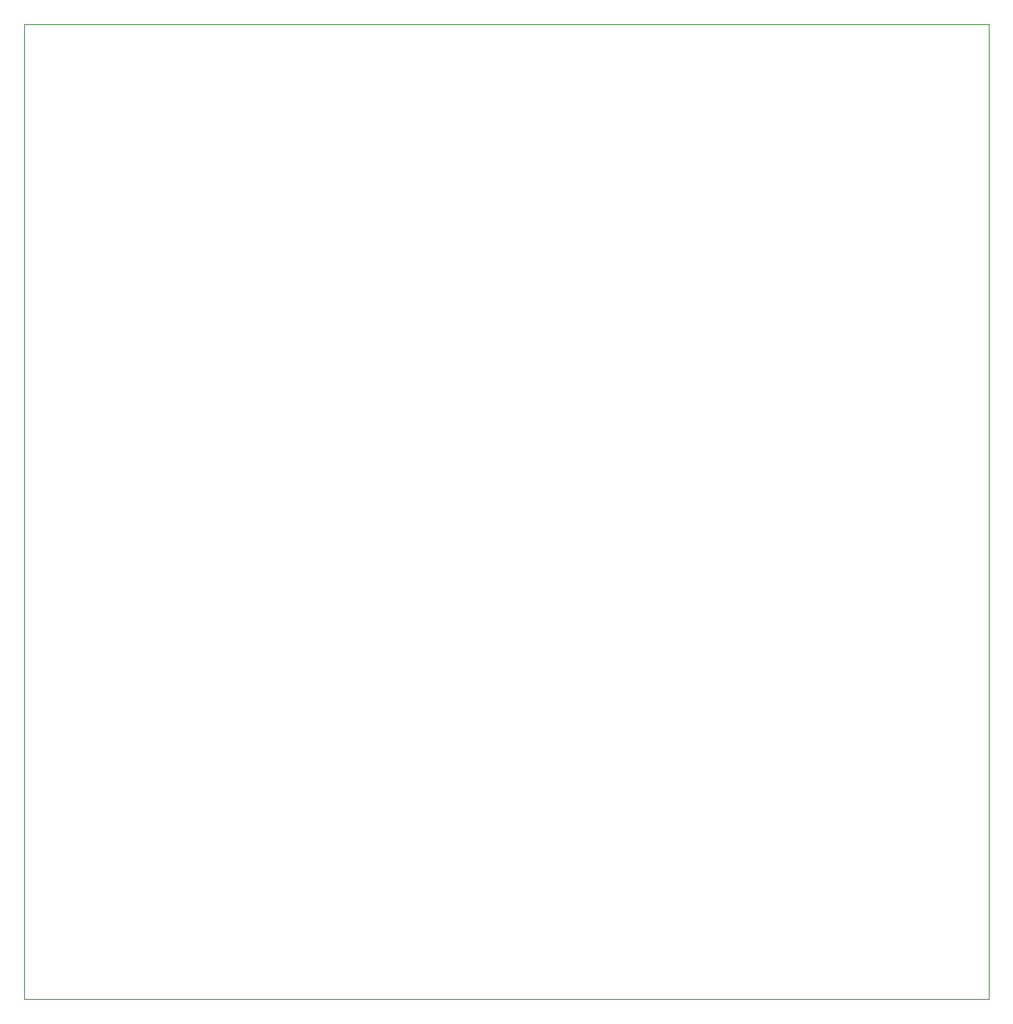
<source format=gbr>
%TF.GenerationSoftware,KiCad,Pcbnew,9.0.6*%
%TF.CreationDate,2025-11-26T21:24:57-05:00*%
%TF.ProjectId,opamp-front,6f70616d-702d-4667-926f-6e742e6b6963,rev?*%
%TF.SameCoordinates,Original*%
%TF.FileFunction,Profile,NP*%
%FSLAX46Y46*%
G04 Gerber Fmt 4.6, Leading zero omitted, Abs format (unit mm)*
G04 Created by KiCad (PCBNEW 9.0.6) date 2025-11-26 21:24:57*
%MOMM*%
%LPD*%
G01*
G04 APERTURE LIST*
%TA.AperFunction,Profile*%
%ADD10C,0.050000*%
%TD*%
G04 APERTURE END LIST*
D10*
X50800000Y-32512000D02*
X152146000Y-32512000D01*
X152146000Y-134874000D01*
X50800000Y-134874000D01*
X50800000Y-32512000D01*
M02*

</source>
